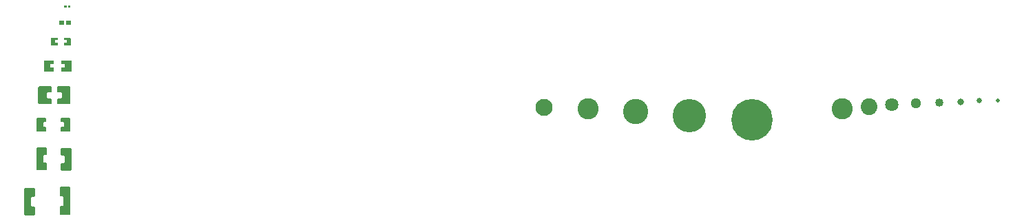
<source format=gbr>
%TF.GenerationSoftware,KiCad,Pcbnew,(6.0.9)*%
%TF.CreationDate,2023-06-30T12:05:42-04:00*%
%TF.ProjectId,TH3D Ruler,54483344-2052-4756-9c65-722e6b696361,rev?*%
%TF.SameCoordinates,Original*%
%TF.FileFunction,Copper,L2,Bot*%
%TF.FilePolarity,Positive*%
%FSLAX46Y46*%
G04 Gerber Fmt 4.6, Leading zero omitted, Abs format (unit mm)*
G04 Created by KiCad (PCBNEW (6.0.9)) date 2023-06-30 12:05:42*
%MOMM*%
%LPD*%
G01*
G04 APERTURE LIST*
%TA.AperFunction,NonConductor*%
%ADD10C,0.000000*%
%TD*%
%TA.AperFunction,ViaPad*%
%ADD11C,2.600010*%
%TD*%
%TA.AperFunction,ViaPad*%
%ADD12C,4.101010*%
%TD*%
%TA.AperFunction,ViaPad*%
%ADD13C,0.814010*%
%TD*%
%TA.AperFunction,ViaPad*%
%ADD14C,2.101010*%
%TD*%
%TA.AperFunction,ViaPad*%
%ADD15C,3.101010*%
%TD*%
%TA.AperFunction,ViaPad*%
%ADD16C,1.291010*%
%TD*%
%TA.AperFunction,ViaPad*%
%ADD17C,0.643010*%
%TD*%
%TA.AperFunction,ViaPad*%
%ADD18C,1.631010*%
%TD*%
%TA.AperFunction,ViaPad*%
%ADD19C,5.101010*%
%TD*%
%TA.AperFunction,ViaPad*%
%ADD20C,0.511010*%
%TD*%
%TA.AperFunction,ViaPad*%
%ADD21C,2.050010*%
%TD*%
%TA.AperFunction,ViaPad*%
%ADD22C,1.021010*%
%TD*%
%TA.AperFunction,Conductor*%
%ADD23C,0.100000*%
%TD*%
G04 APERTURE END LIST*
D10*
G36*
X-80417920Y-98576890D02*
G01*
X-80417920Y-98804980D01*
X-80788250Y-98804980D01*
X-80788250Y-99135180D01*
X-80417920Y-99135180D01*
X-80417920Y-99376990D01*
X-80468210Y-99427280D01*
X-81268310Y-99427280D01*
X-81318090Y-99376990D01*
X-81318090Y-98576890D01*
X-81268310Y-98527100D01*
X-80468210Y-98527100D01*
X-80417920Y-98576890D01*
G37*
G36*
X-81847940Y-108426500D02*
G01*
X-81847940Y-108787690D01*
X-81948020Y-108887760D01*
X-82158840Y-108887760D01*
X-82258910Y-108987840D01*
X-82258910Y-109366300D01*
X-82158840Y-109466380D01*
X-81948020Y-109466380D01*
X-81847940Y-109566450D01*
X-81847940Y-109927640D01*
X-81948020Y-110027720D01*
X-82955890Y-110027720D01*
X-83055460Y-109927640D01*
X-83055460Y-108426500D01*
X-82955890Y-108326420D01*
X-81948020Y-108326420D01*
X-81847940Y-108426500D01*
G37*
G36*
X-81188050Y-104597200D02*
G01*
X-81188050Y-105109770D01*
X-81288120Y-105209840D01*
X-81678780Y-105209840D01*
X-81778850Y-105309920D01*
X-81778850Y-105844340D01*
X-81678780Y-105944410D01*
X-81288120Y-105944410D01*
X-81188050Y-106044490D01*
X-81188050Y-106557060D01*
X-81288120Y-106657140D01*
X-82758280Y-106657140D01*
X-82857840Y-106557060D01*
X-82857840Y-104597200D01*
X-82758280Y-104497120D01*
X-81288120Y-104497120D01*
X-81188050Y-104597200D01*
G37*
G36*
X-78857340Y-96446840D02*
G01*
X-78857340Y-96907090D01*
X-78897480Y-96947220D01*
X-79398360Y-96947220D01*
X-79437990Y-96907090D01*
X-79437990Y-96446840D01*
X-79398360Y-96407220D01*
X-78897480Y-96407220D01*
X-78857340Y-96446840D01*
G37*
G36*
X-78791300Y-112172990D02*
G01*
X-78791300Y-114781070D01*
X-78890870Y-114881140D01*
X-79973420Y-114881140D01*
X-80073490Y-114781070D01*
X-80073490Y-114054630D01*
X-79973420Y-113954550D01*
X-79737710Y-113954550D01*
X-79637630Y-113854470D01*
X-79637630Y-113099590D01*
X-79737710Y-113000020D01*
X-79973420Y-113000020D01*
X-80073490Y-112899940D01*
X-80073490Y-112172990D01*
X-79973420Y-112072920D01*
X-78890870Y-112072920D01*
X-78791300Y-112172990D01*
G37*
G36*
X-81773260Y-112072920D02*
G01*
X-81773260Y-112799870D01*
X-81873340Y-112899950D01*
X-82109050Y-112899950D01*
X-82209130Y-112999520D01*
X-82209130Y-113754400D01*
X-82109050Y-113854480D01*
X-81873340Y-113854480D01*
X-81773260Y-113954560D01*
X-81773260Y-114681000D01*
X-81873340Y-114781070D01*
X-82955890Y-114781070D01*
X-83055460Y-114681000D01*
X-83055460Y-112072920D01*
X-82955890Y-111972850D01*
X-81873340Y-111972850D01*
X-81773260Y-112072920D01*
G37*
G36*
X-83273380Y-117049300D02*
G01*
X-83273380Y-117989600D01*
X-83373460Y-118089680D01*
X-83609170Y-118089680D01*
X-83709250Y-118189760D01*
X-83709250Y-119164610D01*
X-83609170Y-119264680D01*
X-83373460Y-119264680D01*
X-83273380Y-119364760D01*
X-83273380Y-120305070D01*
X-83373460Y-120405140D01*
X-84455500Y-120405140D01*
X-84555570Y-120305070D01*
X-84555570Y-117049300D01*
X-84455500Y-116949220D01*
X-83373460Y-116949220D01*
X-83273380Y-117049300D01*
G37*
G36*
X-79354170Y-94539300D02*
G01*
X-79354170Y-94815150D01*
X-79378040Y-94839020D01*
X-79642200Y-94839020D01*
X-79666080Y-94815150D01*
X-79666080Y-94539300D01*
X-79642200Y-94514920D01*
X-79378040Y-94514920D01*
X-79354170Y-94539300D01*
G37*
G36*
X-78890870Y-116949220D02*
G01*
X-78890870Y-120204990D01*
X-78990440Y-120305060D01*
X-80072990Y-120305060D01*
X-80173060Y-120204990D01*
X-80173060Y-119264680D01*
X-80072990Y-119164600D01*
X-79837280Y-119164600D01*
X-79737200Y-119064530D01*
X-79737200Y-118089680D01*
X-79837280Y-117989600D01*
X-80072990Y-117989600D01*
X-80173060Y-117889520D01*
X-80173060Y-116949220D01*
X-80072990Y-116849140D01*
X-78990440Y-116849140D01*
X-78890870Y-116949220D01*
G37*
G36*
X-78887820Y-104597200D02*
G01*
X-78887820Y-106557060D01*
X-78987900Y-106657140D01*
X-80458050Y-106657140D01*
X-80558130Y-106557060D01*
X-80558130Y-106044490D01*
X-80458050Y-105944410D01*
X-80066890Y-105944410D01*
X-79967320Y-105844340D01*
X-79967320Y-105309920D01*
X-80066890Y-105209840D01*
X-80458050Y-105209840D01*
X-80558130Y-105109770D01*
X-80558130Y-104597200D01*
X-80458050Y-104497120D01*
X-78987900Y-104497120D01*
X-78887820Y-104597200D01*
G37*
G36*
X-78773020Y-101337360D02*
G01*
X-78773020Y-102617010D01*
X-78823310Y-102667300D01*
X-79972910Y-102667300D01*
X-80023200Y-102617010D01*
X-80018120Y-102196900D01*
X-79578200Y-102196900D01*
X-79578200Y-101747320D01*
X-80028280Y-101747320D01*
X-80023200Y-101337360D01*
X-79972910Y-101287070D01*
X-78823310Y-101287070D01*
X-78773020Y-101337360D01*
G37*
G36*
X-78890870Y-108426500D02*
G01*
X-78890870Y-109927640D01*
X-78990440Y-110027720D01*
X-79998310Y-110027720D01*
X-80098390Y-109927640D01*
X-80098390Y-109566450D01*
X-79998310Y-109466380D01*
X-79787490Y-109466380D01*
X-79687420Y-109366300D01*
X-79687420Y-108987840D01*
X-79787490Y-108887760D01*
X-79998310Y-108887760D01*
X-80098390Y-108787690D01*
X-80098390Y-108426500D01*
X-79998310Y-108326420D01*
X-78990440Y-108326420D01*
X-78890870Y-108426500D01*
G37*
G36*
X-79708240Y-96446840D02*
G01*
X-79708240Y-96907090D01*
X-79748380Y-96947220D01*
X-80248750Y-96947220D01*
X-80288890Y-96907090D01*
X-80288890Y-96446840D01*
X-80248750Y-96407220D01*
X-79748380Y-96407220D01*
X-79708240Y-96446840D01*
G37*
G36*
X-78880200Y-94539300D02*
G01*
X-78880200Y-94815150D01*
X-78904080Y-94839020D01*
X-79168240Y-94839020D01*
X-79192120Y-94815150D01*
X-79192120Y-94539300D01*
X-79168240Y-94514920D01*
X-78904080Y-94514920D01*
X-78880200Y-94539300D01*
G37*
G36*
X-80923380Y-101337360D02*
G01*
X-80927950Y-101747320D01*
X-81368390Y-101747320D01*
X-81368390Y-102196900D01*
X-80923380Y-102196900D01*
X-80923380Y-102617010D01*
X-80973160Y-102667300D01*
X-82123280Y-102667300D01*
X-82173060Y-102617010D01*
X-82173060Y-101337360D01*
X-82123280Y-101287070D01*
X-80973160Y-101287070D01*
X-80923380Y-101337360D01*
G37*
G36*
X-78828390Y-98576890D02*
G01*
X-78828390Y-99376990D01*
X-78878170Y-99427280D01*
X-79668110Y-99427280D01*
X-79718400Y-99376990D01*
X-79718400Y-99135180D01*
X-79338420Y-99135180D01*
X-79338420Y-98804980D01*
X-79718400Y-98804980D01*
X-79718400Y-98576890D01*
X-79668110Y-98527100D01*
X-78878170Y-98527100D01*
X-78828390Y-98576890D01*
G37*
D11*
%TO.N,*%
X-15273000Y-107277000D03*
X16027000Y-107277000D03*
D12*
X-2773000Y-108077000D03*
D13*
X30527000Y-106377000D03*
D14*
X-20673000Y-107077000D03*
D15*
X-9373000Y-107577000D03*
D16*
X25027000Y-106577000D03*
D17*
X32827000Y-106277000D03*
D18*
X22127000Y-106777000D03*
D19*
X4927000Y-108577000D03*
D20*
X35127000Y-106277000D03*
D21*
X19327000Y-106977000D03*
D22*
X27927000Y-106477000D03*
%TD*%
D23*
%TO.N,*%
X-79140340Y-96677070D02*
X-79140340Y-96677070D01*
X-81439430Y-101977080D02*
X-81439430Y-101977080D01*
X-79494400Y-109177070D02*
X-79494400Y-109177070D01*
X-82040550Y-105577080D02*
X-82040550Y-105577080D01*
X-79506900Y-101977080D02*
X-79506900Y-101977080D01*
X-80826410Y-98977060D02*
X-80826410Y-98977060D01*
X-82414420Y-113377090D02*
X-82414420Y-113377090D01*
X-79319920Y-98977060D02*
X-79319920Y-98977060D01*
X-79514720Y-94677070D02*
X-79514720Y-94677070D01*
X-79531900Y-113377090D02*
X-79531900Y-113377090D01*
X-79140340Y-96677070D02*
X-79140340Y-96677070D01*
X-79531900Y-118577080D02*
X-79531900Y-118577080D01*
X-83814420Y-118577080D02*
X-83814420Y-118577080D01*
X-79031610Y-94677070D02*
X-79031610Y-94677070D01*
X-79705530Y-105577080D02*
X-79705530Y-105577080D01*
X-82451930Y-109177070D02*
X-82451930Y-109177070D01*
X-80005990Y-96677070D02*
X-80005990Y-96677070D01*
%TD*%
M02*

</source>
